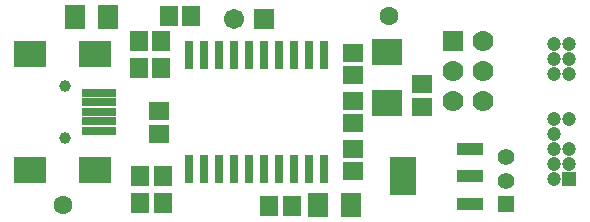
<source format=gts>
G04 Layer_Color=8388736*
%FSLAX24Y24*%
%MOIN*%
G70*
G01*
G75*
%ADD45R,0.0592X0.0671*%
%ADD46R,0.0710X0.0789*%
%ADD47R,0.0671X0.0592*%
%ADD48R,0.1025X0.0907*%
%ADD49R,0.0316X0.0946*%
%ADD50R,0.0316X0.0946*%
%ADD51R,0.1182X0.0277*%
%ADD52R,0.1064X0.0867*%
%ADD53R,0.0907X0.1300*%
%ADD54R,0.0907X0.0415*%
%ADD55R,0.0671X0.0671*%
%ADD56C,0.0671*%
%ADD57C,0.0395*%
%ADD58C,0.0474*%
%ADD59R,0.0474X0.0474*%
%ADD60C,0.0700*%
%ADD61R,0.0700X0.0700*%
%ADD62C,0.0552*%
%ADD63R,0.0552X0.0552*%
%ADD64C,0.0631*%
D45*
X-9924Y3200D02*
D03*
X-9176D02*
D03*
X-6575Y-3150D02*
D03*
X-5827D02*
D03*
X-10176Y1450D02*
D03*
X-10924D02*
D03*
X-10126Y-2150D02*
D03*
X-10874D02*
D03*
Y-3050D02*
D03*
X-10126D02*
D03*
X-10176Y2350D02*
D03*
X-10924D02*
D03*
D46*
X-11949Y3150D02*
D03*
X-13051D02*
D03*
X-3849Y-3100D02*
D03*
X-4951D02*
D03*
D47*
X-10250Y-724D02*
D03*
Y24D02*
D03*
X-3800Y1974D02*
D03*
Y1226D02*
D03*
Y-1226D02*
D03*
Y-1974D02*
D03*
Y374D02*
D03*
Y-374D02*
D03*
X-1500Y924D02*
D03*
Y176D02*
D03*
D48*
X-2650Y1996D02*
D03*
Y304D02*
D03*
D49*
X-9250Y-1890D02*
D03*
Y1890D02*
D03*
X-8750D02*
D03*
X-8250D02*
D03*
X-7750D02*
D03*
X-7250D02*
D03*
X-6750D02*
D03*
X-6250D02*
D03*
X-5750D02*
D03*
X-5250D02*
D03*
X-4750D02*
D03*
D50*
X-8750Y-1890D02*
D03*
X-8250D02*
D03*
X-7750D02*
D03*
X-7250D02*
D03*
X-6750D02*
D03*
X-6250D02*
D03*
X-5750D02*
D03*
X-5250D02*
D03*
X-4750D02*
D03*
D51*
X-12252Y0D02*
D03*
Y315D02*
D03*
Y-630D02*
D03*
Y-315D02*
D03*
Y630D02*
D03*
D52*
X-12389Y1939D02*
D03*
X-14555D02*
D03*
Y-1939D02*
D03*
X-12389D02*
D03*
D53*
X-2122Y-2150D02*
D03*
D54*
X122Y-1244D02*
D03*
Y-2150D02*
D03*
Y-3056D02*
D03*
D55*
X-6750Y3100D02*
D03*
D56*
X-7750D02*
D03*
D57*
X-13374Y-866D02*
D03*
Y866D02*
D03*
D58*
X2906Y2250D02*
D03*
X3406D02*
D03*
X2906Y1750D02*
D03*
X3406D02*
D03*
X2906Y1250D02*
D03*
X3406D02*
D03*
X2906Y-250D02*
D03*
X3406D02*
D03*
X2906Y-750D02*
D03*
Y-1250D02*
D03*
X3406D02*
D03*
X2906Y-1750D02*
D03*
X3406D02*
D03*
X2906Y-2250D02*
D03*
D59*
X3406D02*
D03*
D60*
X550Y2350D02*
D03*
Y1350D02*
D03*
Y350D02*
D03*
X-450Y1350D02*
D03*
Y350D02*
D03*
D61*
Y2350D02*
D03*
D62*
X1300Y-1513D02*
D03*
Y-2300D02*
D03*
D63*
Y-3087D02*
D03*
D64*
X-2600Y3200D02*
D03*
X-13450Y-3100D02*
D03*
M02*

</source>
